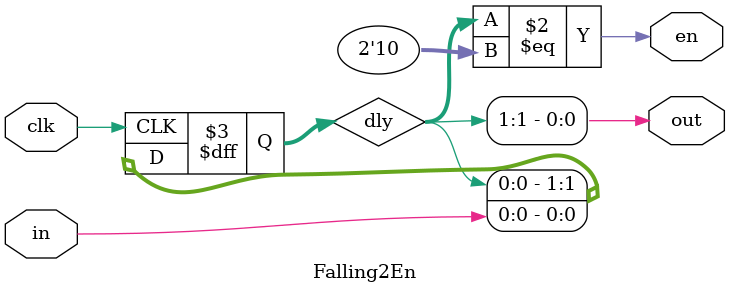
<source format=sv>
module Falling2En #( parameter SYNC_STG = 1 )(
    input wire clk, in,
    output logic en, out
);
    logic [SYNC_STG : 0] dly;
    always_ff@(posedge clk) begin
        dly <= {dly[SYNC_STG - 1 : 0], in};    
    end
    assign en = (SYNC_STG ? dly[SYNC_STG -: 2] : {dly, in}) == 2'b10;
    assign out = dly[SYNC_STG];
endmodule

</source>
